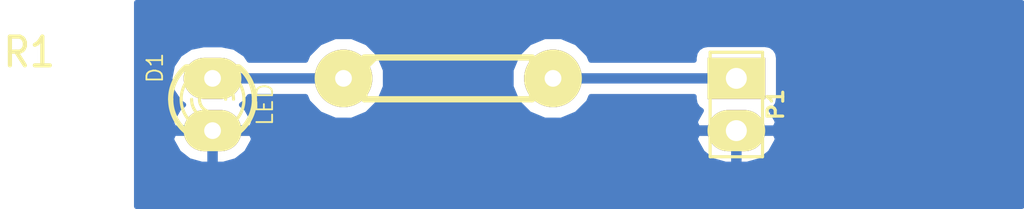
<source format=kicad_pcb>
(kicad_pcb (version 4) (host pcbnew 4.0.6-e0-6349~53~ubuntu14.04.1)

  (general
    (links 3)
    (no_connects 0)
    (area 39.146238 46.9265 77.7748 53.670201)
    (thickness 1.6)
    (drawings 0)
    (tracks 3)
    (zones 0)
    (modules 3)
    (nets 4)
  )

  (page A3)
  (layers
    (0 F.Cu signal)
    (31 B.Cu signal)
    (32 B.Adhes user)
    (33 F.Adhes user)
    (34 B.Paste user)
    (35 F.Paste user)
    (36 B.SilkS user)
    (37 F.SilkS user)
    (38 B.Mask user)
    (39 F.Mask user)
    (40 Dwgs.User user)
    (41 Cmts.User user)
    (42 Eco1.User user)
    (43 Eco2.User user)
    (44 Edge.Cuts user)
  )

  (setup
    (last_trace_width 0.5)
    (trace_clearance 0.254)
    (zone_clearance 0.508)
    (zone_45_only no)
    (trace_min 0.254)
    (segment_width 0.2)
    (edge_width 0.15)
    (via_size 0.889)
    (via_drill 0.635)
    (via_min_size 0.889)
    (via_min_drill 0.508)
    (uvia_size 0.508)
    (uvia_drill 0.127)
    (uvias_allowed no)
    (uvia_min_size 0.508)
    (uvia_min_drill 0.127)
    (pcb_text_width 0.3)
    (pcb_text_size 1 1)
    (mod_edge_width 0.15)
    (mod_text_size 1 1)
    (mod_text_width 0.15)
    (pad_size 2 2.8)
    (pad_drill 0.8128)
    (pad_to_mask_clearance 0)
    (aux_axis_origin 0 0)
    (visible_elements FFFFFFBF)
    (pcbplotparams
      (layerselection 0x00030_80000001)
      (usegerberextensions true)
      (excludeedgelayer true)
      (linewidth 0.150000)
      (plotframeref false)
      (viasonmask false)
      (mode 1)
      (useauxorigin false)
      (hpglpennumber 1)
      (hpglpenspeed 20)
      (hpglpendiameter 15)
      (hpglpenoverlay 2)
      (psnegative false)
      (psa4output false)
      (plotreference true)
      (plotvalue true)
      (plotinvisibletext false)
      (padsonsilk false)
      (subtractmaskfromsilk false)
      (outputformat 1)
      (mirror false)
      (drillshape 1)
      (scaleselection 1)
      (outputdirectory ""))
  )

  (net 0 "")
  (net 1 N-000001)
  (net 2 N-000002)
  (net 3 N-000003)

  (net_class Default "Dies ist die voreingestellte Netzklasse."
    (clearance 0.254)
    (trace_width 0.5)
    (via_dia 0.889)
    (via_drill 0.635)
    (uvia_dia 0.508)
    (uvia_drill 0.127)
    (add_net N-000001)
    (add_net N-000002)
    (add_net N-000003)
  )

  (module R4 (layer F.Cu) (tedit 58D04BC3) (tstamp 5806E431)
    (at 60.96 49.53)
    (descr "Resitance 4 pas")
    (tags R)
    (path /58048B1C)
    (autoplace_cost180 10)
    (fp_text reference R1 (at -20.32 -1.27) (layer F.SilkS)
      (effects (font (size 1.397 1.27) (thickness 0.2032)))
    )
    (fp_text value R (at 0 0) (layer F.SilkS) hide
      (effects (font (size 1.397 1.27) (thickness 0.2032)))
    )
    (fp_line (start -5.08 0) (end -4.064 0) (layer F.SilkS) (width 0.3048))
    (fp_line (start -4.064 0) (end -4.064 -1.016) (layer F.SilkS) (width 0.3048))
    (fp_line (start -4.064 -1.016) (end 4.064 -1.016) (layer F.SilkS) (width 0.3048))
    (fp_line (start 4.064 -1.016) (end 4.064 1.016) (layer F.SilkS) (width 0.3048))
    (fp_line (start 4.064 1.016) (end -4.064 1.016) (layer F.SilkS) (width 0.3048))
    (fp_line (start -4.064 1.016) (end -4.064 0) (layer F.SilkS) (width 0.3048))
    (fp_line (start -4.064 -0.508) (end -3.556 -1.016) (layer F.SilkS) (width 0.3048))
    (fp_line (start 5.08 0) (end 4.064 0) (layer F.SilkS) (width 0.3048))
    (pad 1 thru_hole circle (at -5.08 0) (size 2.8 2.8) (drill 0.8128) (layers *.Cu *.Mask F.SilkS)
      (net 2 N-000002))
    (pad 2 thru_hole circle (at 5.08 0) (size 2.8 2.8) (drill 0.8128) (layers *.Cu *.Mask F.SilkS)
      (net 3 N-000003))
    (model discret/resistor.wrl
      (at (xyz 0 0 0))
      (scale (xyz 0.4 0.4 0.4))
      (rotate (xyz 0 0 0))
    )
  )

  (module PIN_ARRAY_2X1 (layer F.Cu) (tedit 58D04B6B) (tstamp 5806E43B)
    (at 74.93 50.8 270)
    (descr "Connecteurs 2 pins")
    (tags "CONN DEV")
    (path /58049195)
    (fp_text reference P1 (at 0 -1.905 270) (layer F.SilkS)
      (effects (font (size 0.762 0.762) (thickness 0.1524)))
    )
    (fp_text value CONN_2 (at 0 -1.905 270) (layer F.SilkS) hide
      (effects (font (size 0.762 0.762) (thickness 0.1524)))
    )
    (fp_line (start -2.54 1.27) (end -2.54 -1.27) (layer F.SilkS) (width 0.1524))
    (fp_line (start -2.54 -1.27) (end 2.54 -1.27) (layer F.SilkS) (width 0.1524))
    (fp_line (start 2.54 -1.27) (end 2.54 1.27) (layer F.SilkS) (width 0.1524))
    (fp_line (start 2.54 1.27) (end -2.54 1.27) (layer F.SilkS) (width 0.1524))
    (pad 1 thru_hole rect (at -1.27 0 270) (size 2 2.8) (drill 1.016) (layers *.Cu *.Mask F.SilkS)
      (net 3 N-000003))
    (pad 2 thru_hole oval (at 1.27 0 270) (size 2 2.8) (drill 1.016) (layers *.Cu *.Mask F.SilkS)
      (net 1 N-000001))
    (model pin_array/pins_array_2x1.wrl
      (at (xyz 0 0 0))
      (scale (xyz 1 1 1))
      (rotate (xyz 0 0 0))
    )
  )

  (module LED-3MM (layer F.Cu) (tedit 58D04BDB) (tstamp 5806E454)
    (at 49.53 50.8 90)
    (descr "LED 3mm - Lead pitch 100mil (2,54mm)")
    (tags "LED led 3mm 3MM 100mil 2,54mm")
    (path /58048ADF)
    (fp_text reference D1 (at 1.778 -2.794 90) (layer F.SilkS)
      (effects (font (size 0.762 0.762) (thickness 0.0889)))
    )
    (fp_text value LED (at 0 2.54 90) (layer F.SilkS)
      (effects (font (size 0.762 0.762) (thickness 0.0889)))
    )
    (fp_line (start 1.8288 1.27) (end 1.8288 -1.27) (layer F.SilkS) (width 0.254))
    (fp_arc (start 0.254 0) (end -1.27 0) (angle 39.8) (layer F.SilkS) (width 0.1524))
    (fp_arc (start 0.254 0) (end -0.88392 1.01092) (angle 41.6) (layer F.SilkS) (width 0.1524))
    (fp_arc (start 0.254 0) (end 1.4097 -0.9906) (angle 40.6) (layer F.SilkS) (width 0.1524))
    (fp_arc (start 0.254 0) (end 1.778 0) (angle 39.8) (layer F.SilkS) (width 0.1524))
    (fp_arc (start 0.254 0) (end 0.254 -1.524) (angle 54.4) (layer F.SilkS) (width 0.1524))
    (fp_arc (start 0.254 0) (end -0.9652 -0.9144) (angle 53.1) (layer F.SilkS) (width 0.1524))
    (fp_arc (start 0.254 0) (end 1.45542 0.93472) (angle 52.1) (layer F.SilkS) (width 0.1524))
    (fp_arc (start 0.254 0) (end 0.254 1.524) (angle 52.1) (layer F.SilkS) (width 0.1524))
    (fp_arc (start 0.254 0) (end -0.381 0) (angle 90) (layer F.SilkS) (width 0.1524))
    (fp_arc (start 0.254 0) (end -0.762 0) (angle 90) (layer F.SilkS) (width 0.1524))
    (fp_arc (start 0.254 0) (end 0.889 0) (angle 90) (layer F.SilkS) (width 0.1524))
    (fp_arc (start 0.254 0) (end 1.27 0) (angle 90) (layer F.SilkS) (width 0.1524))
    (fp_arc (start 0.254 0) (end 0.254 -2.032) (angle 50.1) (layer F.SilkS) (width 0.254))
    (fp_arc (start 0.254 0) (end -1.5367 -0.95504) (angle 61.9) (layer F.SilkS) (width 0.254))
    (fp_arc (start 0.254 0) (end 1.8034 1.31064) (angle 49.7) (layer F.SilkS) (width 0.254))
    (fp_arc (start 0.254 0) (end 0.254 2.032) (angle 60.2) (layer F.SilkS) (width 0.254))
    (fp_arc (start 0.254 0) (end -1.778 0) (angle 28.3) (layer F.SilkS) (width 0.254))
    (fp_arc (start 0.254 0) (end -1.47574 1.06426) (angle 31.6) (layer F.SilkS) (width 0.254))
    (pad 1 thru_hole oval (at -1.27 0 90) (size 2 2.8) (drill 0.8128) (layers *.Cu *.Mask F.SilkS)
      (net 1 N-000001))
    (pad 2 thru_hole oval (at 1.27 0 90) (size 2 2.8) (drill 0.8128) (layers *.Cu *.Mask F.SilkS)
      (net 2 N-000002))
    (model discret/leds/led3_vertical_verde.wrl
      (at (xyz 0 0 0))
      (scale (xyz 1 1 1))
      (rotate (xyz 0 0 0))
    )
  )

  (segment (start 49.53 52.07) (end 74.93 52.07) (width 0.5) (layer B.Cu) (net 1))
  (segment (start 55.88 49.53) (end 49.53 49.53) (width 0.5) (layer B.Cu) (net 2))
  (segment (start 74.93 49.53) (end 66.04 49.53) (width 0.5) (layer B.Cu) (net 3))

  (zone (net 1) (net_name N-000001) (layer B.Cu) (tstamp 58D04C9F) (hatch edge 0.508)
    (connect_pads (clearance 0.508))
    (min_thickness 0.254)
    (fill yes (arc_segments 16) (thermal_gap 0.508) (thermal_bridge_width 0.508))
    (polygon
      (pts
        (xy 88.9 55.88) (xy 45.72 55.88) (xy 45.72 45.72) (xy 88.9 45.72)
      )
    )
    (filled_polygon
      (pts
        (xy 88.773 55.753) (xy 45.847 55.753) (xy 45.847 52.450434) (xy 47.539876 52.450434) (xy 47.570856 52.578355)
        (xy 47.884078 53.136317) (xy 48.38698 53.531942) (xy 49.003 53.705) (xy 49.403 53.705) (xy 49.403 52.197)
        (xy 49.657 52.197) (xy 49.657 53.705) (xy 50.057 53.705) (xy 50.67302 53.531942) (xy 51.175922 53.136317)
        (xy 51.489144 52.578355) (xy 51.520124 52.450434) (xy 72.939876 52.450434) (xy 72.970856 52.578355) (xy 73.284078 53.136317)
        (xy 73.78698 53.531942) (xy 74.403 53.705) (xy 74.803 53.705) (xy 74.803 52.197) (xy 75.057 52.197)
        (xy 75.057 53.705) (xy 75.457 53.705) (xy 76.07302 53.531942) (xy 76.575922 53.136317) (xy 76.889144 52.578355)
        (xy 76.920124 52.450434) (xy 76.800777 52.197) (xy 75.057 52.197) (xy 74.803 52.197) (xy 73.059223 52.197)
        (xy 72.939876 52.450434) (xy 51.520124 52.450434) (xy 51.400777 52.197) (xy 49.657 52.197) (xy 49.403 52.197)
        (xy 47.659223 52.197) (xy 47.539876 52.450434) (xy 45.847 52.450434) (xy 45.847 49.53) (xy 47.455132 49.53)
        (xy 47.579589 50.155687) (xy 47.934012 50.68612) (xy 48.125289 50.813927) (xy 47.884078 51.003683) (xy 47.570856 51.561645)
        (xy 47.539876 51.689566) (xy 47.659223 51.943) (xy 49.403 51.943) (xy 49.403 51.923) (xy 49.657 51.923)
        (xy 49.657 51.943) (xy 51.400777 51.943) (xy 51.520124 51.689566) (xy 51.489144 51.561645) (xy 51.175922 51.003683)
        (xy 50.934711 50.813927) (xy 51.125988 50.68612) (xy 51.307144 50.415) (xy 54.043802 50.415) (xy 54.153805 50.681229)
        (xy 54.72576 51.254183) (xy 55.473438 51.564646) (xy 56.283011 51.565352) (xy 57.031229 51.256195) (xy 57.604183 50.68424)
        (xy 57.914646 49.936562) (xy 57.914649 49.933011) (xy 64.004648 49.933011) (xy 64.313805 50.681229) (xy 64.88576 51.254183)
        (xy 65.633438 51.564646) (xy 66.443011 51.565352) (xy 67.191229 51.256195) (xy 67.764183 50.68424) (xy 67.875981 50.415)
        (xy 72.88256 50.415) (xy 72.88256 50.53) (xy 72.926838 50.765317) (xy 73.06591 50.981441) (xy 73.23262 51.095349)
        (xy 72.970856 51.561645) (xy 72.939876 51.689566) (xy 73.059223 51.943) (xy 74.803 51.943) (xy 74.803 51.923)
        (xy 75.057 51.923) (xy 75.057 51.943) (xy 76.800777 51.943) (xy 76.920124 51.689566) (xy 76.889144 51.561645)
        (xy 76.626505 51.093789) (xy 76.781441 50.99409) (xy 76.926431 50.78189) (xy 76.97744 50.53) (xy 76.97744 48.53)
        (xy 76.933162 48.294683) (xy 76.79409 48.078559) (xy 76.58189 47.933569) (xy 76.33 47.88256) (xy 73.53 47.88256)
        (xy 73.294683 47.926838) (xy 73.078559 48.06591) (xy 72.933569 48.27811) (xy 72.88256 48.53) (xy 72.88256 48.645)
        (xy 67.876198 48.645) (xy 67.766195 48.378771) (xy 67.19424 47.805817) (xy 66.446562 47.495354) (xy 65.636989 47.494648)
        (xy 64.888771 47.803805) (xy 64.315817 48.37576) (xy 64.005354 49.123438) (xy 64.004648 49.933011) (xy 57.914649 49.933011)
        (xy 57.915352 49.126989) (xy 57.606195 48.378771) (xy 57.03424 47.805817) (xy 56.286562 47.495354) (xy 55.476989 47.494648)
        (xy 54.728771 47.803805) (xy 54.155817 48.37576) (xy 54.044019 48.645) (xy 51.307144 48.645) (xy 51.125988 48.37388)
        (xy 50.595555 48.019457) (xy 49.969868 47.895) (xy 49.090132 47.895) (xy 48.464445 48.019457) (xy 47.934012 48.37388)
        (xy 47.579589 48.904313) (xy 47.455132 49.53) (xy 45.847 49.53) (xy 45.847 45.847) (xy 88.773 45.847)
      )
    )
  )
)

</source>
